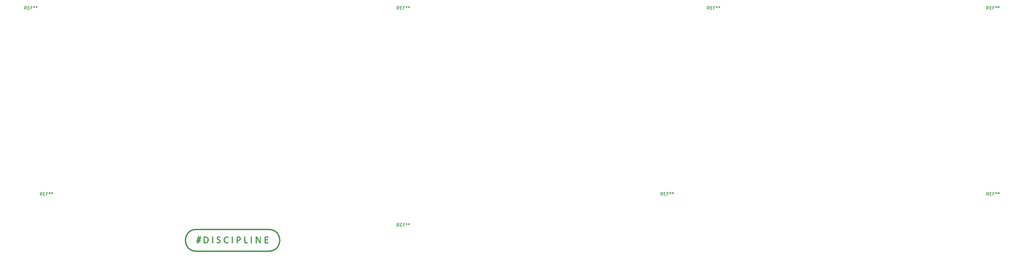
<source format=gbr>
G04 #@! TF.GenerationSoftware,KiCad,Pcbnew,(5.1.5-0-10_14)*
G04 #@! TF.CreationDate,2020-05-12T08:54:25-06:00*
G04 #@! TF.ProjectId,FR4Plate,46523450-6c61-4746-952e-6b696361645f,rev?*
G04 #@! TF.SameCoordinates,Original*
G04 #@! TF.FileFunction,Legend,Top*
G04 #@! TF.FilePolarity,Positive*
%FSLAX46Y46*%
G04 Gerber Fmt 4.6, Leading zero omitted, Abs format (unit mm)*
G04 Created by KiCad (PCBNEW (5.1.5-0-10_14)) date 2020-05-12 08:54:25*
%MOMM*%
%LPD*%
G04 APERTURE LIST*
%ADD10C,0.010000*%
%ADD11C,0.400000*%
%ADD12C,0.150000*%
%ADD13C,0.300000*%
G04 APERTURE END LIST*
D10*
G36*
X116756336Y-152573071D02*
G01*
X116969445Y-152597174D01*
X117146039Y-152645997D01*
X117298971Y-152721997D01*
X117306124Y-152726490D01*
X117457737Y-152860075D01*
X117571589Y-153039690D01*
X117644524Y-153255993D01*
X117673384Y-153499641D01*
X117655275Y-153759642D01*
X117592956Y-154007707D01*
X117491492Y-154206011D01*
X117347544Y-154359399D01*
X117166146Y-154468954D01*
X117074970Y-154497755D01*
X116946903Y-154521780D01*
X116795761Y-154540341D01*
X116635363Y-154552752D01*
X116479526Y-154558325D01*
X116342067Y-154556374D01*
X116236803Y-154546211D01*
X116177553Y-154527150D01*
X116170326Y-154518471D01*
X116166191Y-154475320D01*
X116163003Y-154375520D01*
X116160839Y-154227711D01*
X116159772Y-154040532D01*
X116159879Y-153822626D01*
X116161233Y-153582632D01*
X116161713Y-153527029D01*
X116168442Y-152792850D01*
X116415247Y-152792850D01*
X116415247Y-154327298D01*
X116669511Y-154327298D01*
X116826719Y-154321886D01*
X116944179Y-154302603D01*
X117046771Y-154264881D01*
X117069447Y-154253840D01*
X117207337Y-154156131D01*
X117304407Y-154019477D01*
X117364032Y-153837404D01*
X117387696Y-153643875D01*
X117386515Y-153412457D01*
X117351279Y-153226418D01*
X117278879Y-153073640D01*
X117222416Y-152999769D01*
X117115735Y-152899363D01*
X116996516Y-152835575D01*
X116847813Y-152802158D01*
X116661154Y-152792850D01*
X116415247Y-152792850D01*
X116168442Y-152792850D01*
X116170388Y-152580639D01*
X116493860Y-152571233D01*
X116756336Y-152573071D01*
G37*
X116756336Y-152573071D02*
X116969445Y-152597174D01*
X117146039Y-152645997D01*
X117298971Y-152721997D01*
X117306124Y-152726490D01*
X117457737Y-152860075D01*
X117571589Y-153039690D01*
X117644524Y-153255993D01*
X117673384Y-153499641D01*
X117655275Y-153759642D01*
X117592956Y-154007707D01*
X117491492Y-154206011D01*
X117347544Y-154359399D01*
X117166146Y-154468954D01*
X117074970Y-154497755D01*
X116946903Y-154521780D01*
X116795761Y-154540341D01*
X116635363Y-154552752D01*
X116479526Y-154558325D01*
X116342067Y-154556374D01*
X116236803Y-154546211D01*
X116177553Y-154527150D01*
X116170326Y-154518471D01*
X116166191Y-154475320D01*
X116163003Y-154375520D01*
X116160839Y-154227711D01*
X116159772Y-154040532D01*
X116159879Y-153822626D01*
X116161233Y-153582632D01*
X116161713Y-153527029D01*
X116168442Y-152792850D01*
X116415247Y-152792850D01*
X116415247Y-154327298D01*
X116669511Y-154327298D01*
X116826719Y-154321886D01*
X116944179Y-154302603D01*
X117046771Y-154264881D01*
X117069447Y-154253840D01*
X117207337Y-154156131D01*
X117304407Y-154019477D01*
X117364032Y-153837404D01*
X117387696Y-153643875D01*
X117386515Y-153412457D01*
X117351279Y-153226418D01*
X117278879Y-153073640D01*
X117222416Y-152999769D01*
X117115735Y-152899363D01*
X116996516Y-152835575D01*
X116847813Y-152802158D01*
X116661154Y-152792850D01*
X116415247Y-152792850D01*
X116168442Y-152792850D01*
X116170388Y-152580639D01*
X116493860Y-152571233D01*
X116756336Y-152573071D01*
G36*
X126775194Y-152570251D02*
G01*
X126945337Y-152578555D01*
X127065884Y-152590065D01*
X127152537Y-152607661D01*
X127220995Y-152634224D01*
X127268147Y-152660715D01*
X127394736Y-152760726D01*
X127472747Y-152880985D01*
X127509520Y-153036111D01*
X127514845Y-153151976D01*
X127491135Y-153363517D01*
X127419990Y-153531934D01*
X127300016Y-153658534D01*
X127129816Y-153744620D01*
X126907997Y-153791500D01*
X126823919Y-153798549D01*
X126568717Y-153813322D01*
X126568717Y-154555832D01*
X126459891Y-154555832D01*
X126379221Y-154549859D01*
X126330774Y-154535352D01*
X126329300Y-154534067D01*
X126323718Y-154497038D01*
X126318665Y-154403126D01*
X126314333Y-154260743D01*
X126310912Y-154078300D01*
X126308593Y-153864208D01*
X126307568Y-153626880D01*
X126307535Y-153574954D01*
X126307972Y-153296949D01*
X126309516Y-153077261D01*
X126312518Y-152908919D01*
X126317020Y-152792850D01*
X126568717Y-152792850D01*
X126568717Y-153179183D01*
X126570458Y-153331908D01*
X126575194Y-153459988D01*
X126582197Y-153549747D01*
X126590482Y-153587280D01*
X126642482Y-153604226D01*
X126735919Y-153607833D01*
X126848454Y-153598763D01*
X126957745Y-153577677D01*
X126962915Y-153576265D01*
X127101847Y-153512075D01*
X127193225Y-153407135D01*
X127241048Y-153256183D01*
X127247436Y-153201917D01*
X127253012Y-153095101D01*
X127241170Y-153025574D01*
X127202541Y-152965830D01*
X127147302Y-152907836D01*
X127082923Y-152847496D01*
X127026648Y-152813077D01*
X126956614Y-152797330D01*
X126850960Y-152793006D01*
X126800517Y-152792850D01*
X126568717Y-152792850D01*
X126317020Y-152792850D01*
X126317327Y-152784948D01*
X126324293Y-152698376D01*
X126333767Y-152642230D01*
X126346099Y-152609536D01*
X126356634Y-152596858D01*
X126404762Y-152577790D01*
X126496989Y-152567810D01*
X126641015Y-152566427D01*
X126775194Y-152570251D01*
G37*
X126775194Y-152570251D02*
X126945337Y-152578555D01*
X127065884Y-152590065D01*
X127152537Y-152607661D01*
X127220995Y-152634224D01*
X127268147Y-152660715D01*
X127394736Y-152760726D01*
X127472747Y-152880985D01*
X127509520Y-153036111D01*
X127514845Y-153151976D01*
X127491135Y-153363517D01*
X127419990Y-153531934D01*
X127300016Y-153658534D01*
X127129816Y-153744620D01*
X126907997Y-153791500D01*
X126823919Y-153798549D01*
X126568717Y-153813322D01*
X126568717Y-154555832D01*
X126459891Y-154555832D01*
X126379221Y-154549859D01*
X126330774Y-154535352D01*
X126329300Y-154534067D01*
X126323718Y-154497038D01*
X126318665Y-154403126D01*
X126314333Y-154260743D01*
X126310912Y-154078300D01*
X126308593Y-153864208D01*
X126307568Y-153626880D01*
X126307535Y-153574954D01*
X126307972Y-153296949D01*
X126309516Y-153077261D01*
X126312518Y-152908919D01*
X126317020Y-152792850D01*
X126568717Y-152792850D01*
X126568717Y-153179183D01*
X126570458Y-153331908D01*
X126575194Y-153459988D01*
X126582197Y-153549747D01*
X126590482Y-153587280D01*
X126642482Y-153604226D01*
X126735919Y-153607833D01*
X126848454Y-153598763D01*
X126957745Y-153577677D01*
X126962915Y-153576265D01*
X127101847Y-153512075D01*
X127193225Y-153407135D01*
X127241048Y-153256183D01*
X127247436Y-153201917D01*
X127253012Y-153095101D01*
X127241170Y-153025574D01*
X127202541Y-152965830D01*
X127147302Y-152907836D01*
X127082923Y-152847496D01*
X127026648Y-152813077D01*
X126956614Y-152797330D01*
X126850960Y-152793006D01*
X126800517Y-152792850D01*
X126568717Y-152792850D01*
X126317020Y-152792850D01*
X126317327Y-152784948D01*
X126324293Y-152698376D01*
X126333767Y-152642230D01*
X126346099Y-152609536D01*
X126356634Y-152596858D01*
X126404762Y-152577790D01*
X126496989Y-152567810D01*
X126641015Y-152566427D01*
X126775194Y-152570251D01*
G36*
X123319930Y-152545499D02*
G01*
X123532788Y-152599659D01*
X123591506Y-152626418D01*
X123696031Y-152693884D01*
X123748300Y-152770156D01*
X123761005Y-152858889D01*
X123746033Y-152922233D01*
X123698273Y-152936052D01*
X123613465Y-152900571D01*
X123563309Y-152869398D01*
X123425134Y-152800698D01*
X123264485Y-152770343D01*
X123243850Y-152768884D01*
X123054606Y-152781726D01*
X122901127Y-152848087D01*
X122777931Y-152971105D01*
X122718193Y-153069651D01*
X122679609Y-153151955D01*
X122655034Y-153229846D01*
X122641421Y-153321810D01*
X122635725Y-153446333D01*
X122634818Y-153575692D01*
X122636861Y-153739798D01*
X122644617Y-153856236D01*
X122660801Y-153942561D01*
X122688129Y-154016333D01*
X122709592Y-154059234D01*
X122820077Y-154202849D01*
X122966344Y-154299902D01*
X123136149Y-154348067D01*
X123317247Y-154345019D01*
X123497393Y-154288431D01*
X123599362Y-154228217D01*
X123670980Y-154184202D01*
X123722924Y-154164174D01*
X123725235Y-154164059D01*
X123756033Y-154189826D01*
X123761460Y-154252626D01*
X123744565Y-154330706D01*
X123708400Y-154402316D01*
X123688666Y-154424796D01*
X123567991Y-154500794D01*
X123404794Y-154553499D01*
X123218749Y-154579499D01*
X123029526Y-154575387D01*
X122923856Y-154557336D01*
X122736345Y-154480720D01*
X122580415Y-154351430D01*
X122459388Y-154175657D01*
X122376583Y-153959590D01*
X122335322Y-153709418D01*
X122336303Y-153462130D01*
X122377908Y-153209628D01*
X122459021Y-152987608D01*
X122574785Y-152806618D01*
X122687628Y-152699519D01*
X122879489Y-152596873D01*
X123096210Y-152545052D01*
X123319930Y-152545499D01*
G37*
X123319930Y-152545499D02*
X123532788Y-152599659D01*
X123591506Y-152626418D01*
X123696031Y-152693884D01*
X123748300Y-152770156D01*
X123761005Y-152858889D01*
X123746033Y-152922233D01*
X123698273Y-152936052D01*
X123613465Y-152900571D01*
X123563309Y-152869398D01*
X123425134Y-152800698D01*
X123264485Y-152770343D01*
X123243850Y-152768884D01*
X123054606Y-152781726D01*
X122901127Y-152848087D01*
X122777931Y-152971105D01*
X122718193Y-153069651D01*
X122679609Y-153151955D01*
X122655034Y-153229846D01*
X122641421Y-153321810D01*
X122635725Y-153446333D01*
X122634818Y-153575692D01*
X122636861Y-153739798D01*
X122644617Y-153856236D01*
X122660801Y-153942561D01*
X122688129Y-154016333D01*
X122709592Y-154059234D01*
X122820077Y-154202849D01*
X122966344Y-154299902D01*
X123136149Y-154348067D01*
X123317247Y-154345019D01*
X123497393Y-154288431D01*
X123599362Y-154228217D01*
X123670980Y-154184202D01*
X123722924Y-154164174D01*
X123725235Y-154164059D01*
X123756033Y-154189826D01*
X123761460Y-154252626D01*
X123744565Y-154330706D01*
X123708400Y-154402316D01*
X123688666Y-154424796D01*
X123567991Y-154500794D01*
X123404794Y-154553499D01*
X123218749Y-154579499D01*
X123029526Y-154575387D01*
X122923856Y-154557336D01*
X122736345Y-154480720D01*
X122580415Y-154351430D01*
X122459388Y-154175657D01*
X122376583Y-153959590D01*
X122335322Y-153709418D01*
X122336303Y-153462130D01*
X122377908Y-153209628D01*
X122459021Y-152987608D01*
X122574785Y-152806618D01*
X122687628Y-152699519D01*
X122879489Y-152596873D01*
X123096210Y-152545052D01*
X123319930Y-152545499D01*
G36*
X120970164Y-152559690D02*
G01*
X121093235Y-152593836D01*
X121185724Y-152638094D01*
X121227950Y-152682931D01*
X121245816Y-152767303D01*
X121239033Y-152841135D01*
X121219304Y-152871485D01*
X121175645Y-152868456D01*
X121098960Y-152840440D01*
X121065486Y-152824441D01*
X120907557Y-152767791D01*
X120758473Y-152757104D01*
X120629141Y-152788514D01*
X120530467Y-152858157D01*
X120473358Y-152962169D01*
X120463576Y-153037709D01*
X120486965Y-153150537D01*
X120560837Y-153249698D01*
X120690748Y-153340999D01*
X120810164Y-153399894D01*
X121037378Y-153515838D01*
X121200696Y-153634310D01*
X121284064Y-153729389D01*
X121326263Y-153837372D01*
X121343969Y-153978307D01*
X121336490Y-154124340D01*
X121303133Y-154247618D01*
X121297268Y-154259734D01*
X121187894Y-154403309D01*
X121034301Y-154507930D01*
X120847288Y-154569805D01*
X120637655Y-154585143D01*
X120447252Y-154558160D01*
X120330663Y-154519635D01*
X120228515Y-154468133D01*
X120164717Y-154415891D01*
X120162083Y-154412192D01*
X120140774Y-154346713D01*
X120141396Y-154270597D01*
X120163000Y-154217899D01*
X120167594Y-154214360D01*
X120212259Y-154217075D01*
X120290657Y-154245475D01*
X120334352Y-154266535D01*
X120508523Y-154333627D01*
X120676172Y-154355596D01*
X120827315Y-154335726D01*
X120951969Y-154277301D01*
X121040151Y-154183604D01*
X121081877Y-154057918D01*
X121083884Y-154020010D01*
X121062397Y-153930800D01*
X120994413Y-153841630D01*
X120874649Y-153747584D01*
X120697822Y-153643746D01*
X120655861Y-153621741D01*
X120471923Y-153517967D01*
X120342820Y-153420997D01*
X120260345Y-153320635D01*
X120216289Y-153206684D01*
X120202443Y-153068949D01*
X120202393Y-153058470D01*
X120228067Y-152871339D01*
X120304722Y-152724876D01*
X120431805Y-152619647D01*
X120608764Y-152556221D01*
X120705022Y-152541417D01*
X120834698Y-152540576D01*
X120970164Y-152559690D01*
G37*
X120970164Y-152559690D02*
X121093235Y-152593836D01*
X121185724Y-152638094D01*
X121227950Y-152682931D01*
X121245816Y-152767303D01*
X121239033Y-152841135D01*
X121219304Y-152871485D01*
X121175645Y-152868456D01*
X121098960Y-152840440D01*
X121065486Y-152824441D01*
X120907557Y-152767791D01*
X120758473Y-152757104D01*
X120629141Y-152788514D01*
X120530467Y-152858157D01*
X120473358Y-152962169D01*
X120463576Y-153037709D01*
X120486965Y-153150537D01*
X120560837Y-153249698D01*
X120690748Y-153340999D01*
X120810164Y-153399894D01*
X121037378Y-153515838D01*
X121200696Y-153634310D01*
X121284064Y-153729389D01*
X121326263Y-153837372D01*
X121343969Y-153978307D01*
X121336490Y-154124340D01*
X121303133Y-154247618D01*
X121297268Y-154259734D01*
X121187894Y-154403309D01*
X121034301Y-154507930D01*
X120847288Y-154569805D01*
X120637655Y-154585143D01*
X120447252Y-154558160D01*
X120330663Y-154519635D01*
X120228515Y-154468133D01*
X120164717Y-154415891D01*
X120162083Y-154412192D01*
X120140774Y-154346713D01*
X120141396Y-154270597D01*
X120163000Y-154217899D01*
X120167594Y-154214360D01*
X120212259Y-154217075D01*
X120290657Y-154245475D01*
X120334352Y-154266535D01*
X120508523Y-154333627D01*
X120676172Y-154355596D01*
X120827315Y-154335726D01*
X120951969Y-154277301D01*
X121040151Y-154183604D01*
X121081877Y-154057918D01*
X121083884Y-154020010D01*
X121062397Y-153930800D01*
X120994413Y-153841630D01*
X120874649Y-153747584D01*
X120697822Y-153643746D01*
X120655861Y-153621741D01*
X120471923Y-153517967D01*
X120342820Y-153420997D01*
X120260345Y-153320635D01*
X120216289Y-153206684D01*
X120202443Y-153068949D01*
X120202393Y-153058470D01*
X120228067Y-152871339D01*
X120304722Y-152724876D01*
X120431805Y-152619647D01*
X120608764Y-152556221D01*
X120705022Y-152541417D01*
X120834698Y-152540576D01*
X120970164Y-152559690D01*
G36*
X128780607Y-152570507D02*
G01*
X128903036Y-152580639D01*
X128920422Y-154325169D01*
X129653936Y-154343621D01*
X129653936Y-154539508D01*
X129178658Y-154548507D01*
X129008652Y-154550222D01*
X128862352Y-154548855D01*
X128751944Y-154544739D01*
X128689614Y-154538208D01*
X128680779Y-154534904D01*
X128675094Y-154497745D01*
X128669932Y-154403534D01*
X128665482Y-154260514D01*
X128661929Y-154076927D01*
X128659460Y-153861018D01*
X128658262Y-153621028D01*
X128658177Y-153536338D01*
X128658177Y-152560374D01*
X128780607Y-152570507D01*
G37*
X128780607Y-152570507D02*
X128903036Y-152580639D01*
X128920422Y-154325169D01*
X129653936Y-154343621D01*
X129653936Y-154539508D01*
X129178658Y-154548507D01*
X129008652Y-154550222D01*
X128862352Y-154548855D01*
X128751944Y-154544739D01*
X128689614Y-154538208D01*
X128680779Y-154534904D01*
X128675094Y-154497745D01*
X128669932Y-154403534D01*
X128665482Y-154260514D01*
X128661929Y-154076927D01*
X128659460Y-153861018D01*
X128658262Y-153621028D01*
X128658177Y-153536338D01*
X128658177Y-152560374D01*
X128780607Y-152570507D01*
G36*
X130804771Y-152570507D02*
G01*
X130927200Y-152580639D01*
X130927200Y-154539508D01*
X130682342Y-154559774D01*
X130682342Y-152560374D01*
X130804771Y-152570507D01*
G37*
X130804771Y-152570507D02*
X130927200Y-152580639D01*
X130927200Y-154539508D01*
X130682342Y-154559774D01*
X130682342Y-152560374D01*
X130804771Y-152570507D01*
G36*
X133645613Y-153549808D02*
G01*
X133636969Y-154539508D01*
X133522702Y-154549123D01*
X133429145Y-154544106D01*
X133357021Y-154518878D01*
X133353703Y-154516476D01*
X133324041Y-154477672D01*
X133267741Y-154389323D01*
X133189404Y-154259218D01*
X133093636Y-154095148D01*
X132985039Y-153904902D01*
X132868218Y-153696272D01*
X132856400Y-153674949D01*
X132413829Y-152875686D01*
X132405090Y-153707597D01*
X132396352Y-154539508D01*
X132289765Y-154549775D01*
X132183178Y-154560041D01*
X132191821Y-153570340D01*
X132200465Y-152580639D01*
X132351883Y-152570838D01*
X132452673Y-152570279D01*
X132515050Y-152590819D01*
X132564094Y-152640112D01*
X132596243Y-152690101D01*
X132654379Y-152788688D01*
X132733470Y-152927010D01*
X132828488Y-153096206D01*
X132934403Y-153287412D01*
X133016661Y-153437539D01*
X133408434Y-154155891D01*
X133441082Y-152580639D01*
X133547669Y-152570373D01*
X133654257Y-152560107D01*
X133645613Y-153549808D01*
G37*
X133645613Y-153549808D02*
X133636969Y-154539508D01*
X133522702Y-154549123D01*
X133429145Y-154544106D01*
X133357021Y-154518878D01*
X133353703Y-154516476D01*
X133324041Y-154477672D01*
X133267741Y-154389323D01*
X133189404Y-154259218D01*
X133093636Y-154095148D01*
X132985039Y-153904902D01*
X132868218Y-153696272D01*
X132856400Y-153674949D01*
X132413829Y-152875686D01*
X132405090Y-153707597D01*
X132396352Y-154539508D01*
X132289765Y-154549775D01*
X132183178Y-154560041D01*
X132191821Y-153570340D01*
X132200465Y-152580639D01*
X132351883Y-152570838D01*
X132452673Y-152570279D01*
X132515050Y-152590819D01*
X132564094Y-152640112D01*
X132596243Y-152690101D01*
X132654379Y-152788688D01*
X132733470Y-152927010D01*
X132828488Y-153096206D01*
X132934403Y-153287412D01*
X133016661Y-153437539D01*
X133408434Y-154155891D01*
X133441082Y-152580639D01*
X133547669Y-152570373D01*
X133654257Y-152560107D01*
X133645613Y-153549808D01*
G36*
X135660616Y-152564908D02*
G01*
X135796315Y-152567465D01*
X135886623Y-152573154D01*
X135941489Y-152583147D01*
X135970863Y-152598610D01*
X135984695Y-152620714D01*
X135986152Y-152625012D01*
X135992565Y-152704059D01*
X135984859Y-152739279D01*
X135967554Y-152762006D01*
X135929086Y-152777375D01*
X135858706Y-152786737D01*
X135745666Y-152791442D01*
X135579218Y-152792840D01*
X135558472Y-152792850D01*
X135152642Y-152792850D01*
X135162029Y-153094843D01*
X135171416Y-153396835D01*
X135522380Y-153406101D01*
X135873344Y-153415368D01*
X135873344Y-153609046D01*
X135155092Y-153609046D01*
X135155092Y-154325347D01*
X135987612Y-154343621D01*
X135987612Y-154539508D01*
X135480730Y-154548462D01*
X135265275Y-154550487D01*
X135108645Y-154547599D01*
X135004529Y-154539440D01*
X134946616Y-154525651D01*
X134933879Y-154517447D01*
X134921512Y-154473122D01*
X134911239Y-154373845D01*
X134903066Y-154229924D01*
X134896996Y-154051664D01*
X134893034Y-153849374D01*
X134891183Y-153633358D01*
X134891449Y-153413926D01*
X134893835Y-153201382D01*
X134898346Y-153006035D01*
X134904986Y-152838191D01*
X134913758Y-152708156D01*
X134924669Y-152626239D01*
X134933087Y-152603493D01*
X134979342Y-152586105D01*
X135080236Y-152573949D01*
X135239226Y-152566771D01*
X135459768Y-152564319D01*
X135469576Y-152564316D01*
X135660616Y-152564908D01*
G37*
X135660616Y-152564908D02*
X135796315Y-152567465D01*
X135886623Y-152573154D01*
X135941489Y-152583147D01*
X135970863Y-152598610D01*
X135984695Y-152620714D01*
X135986152Y-152625012D01*
X135992565Y-152704059D01*
X135984859Y-152739279D01*
X135967554Y-152762006D01*
X135929086Y-152777375D01*
X135858706Y-152786737D01*
X135745666Y-152791442D01*
X135579218Y-152792840D01*
X135558472Y-152792850D01*
X135152642Y-152792850D01*
X135162029Y-153094843D01*
X135171416Y-153396835D01*
X135522380Y-153406101D01*
X135873344Y-153415368D01*
X135873344Y-153609046D01*
X135155092Y-153609046D01*
X135155092Y-154325347D01*
X135987612Y-154343621D01*
X135987612Y-154539508D01*
X135480730Y-154548462D01*
X135265275Y-154550487D01*
X135108645Y-154547599D01*
X135004529Y-154539440D01*
X134946616Y-154525651D01*
X134933879Y-154517447D01*
X134921512Y-154473122D01*
X134911239Y-154373845D01*
X134903066Y-154229924D01*
X134896996Y-154051664D01*
X134893034Y-153849374D01*
X134891183Y-153633358D01*
X134891449Y-153413926D01*
X134893835Y-153201382D01*
X134898346Y-153006035D01*
X134904986Y-152838191D01*
X134913758Y-152708156D01*
X134924669Y-152626239D01*
X134933087Y-152603493D01*
X134979342Y-152586105D01*
X135080236Y-152573949D01*
X135239226Y-152566771D01*
X135459768Y-152564319D01*
X135469576Y-152564316D01*
X135660616Y-152564908D01*
D11*
X113923000Y-157063750D02*
G75*
G02X113923000Y-150383750I0J3340000D01*
G01*
X136223000Y-150383750D02*
G75*
G02X136223000Y-157063750I0J-3340000D01*
G01*
X113953000Y-150383750D02*
X136233000Y-150383750D01*
X113933000Y-157063750D02*
X136233000Y-157063750D01*
D10*
G36*
X119043396Y-154539508D02*
G01*
X118937066Y-154549756D01*
X118851066Y-154544695D01*
X118814123Y-154516710D01*
X118810162Y-154474025D01*
X118807131Y-154374670D01*
X118805101Y-154227264D01*
X118804140Y-154040427D01*
X118804317Y-153822778D01*
X118805703Y-153582938D01*
X118806186Y-153527029D01*
X118814861Y-152580639D01*
X119043396Y-152580639D01*
X119043396Y-154539508D01*
G37*
X119043396Y-154539508D02*
X118937066Y-154549756D01*
X118851066Y-154544695D01*
X118814123Y-154516710D01*
X118810162Y-154474025D01*
X118807131Y-154374670D01*
X118805101Y-154227264D01*
X118804140Y-154040427D01*
X118804317Y-153822778D01*
X118805703Y-153582938D01*
X118806186Y-153527029D01*
X118814861Y-152580639D01*
X119043396Y-152580639D01*
X119043396Y-154539508D01*
G36*
X125066918Y-154555832D02*
G01*
X124951626Y-154555832D01*
X124870739Y-154545281D01*
X124823131Y-154519403D01*
X124820521Y-154514625D01*
X124816765Y-154472491D01*
X124813920Y-154373662D01*
X124812049Y-154226734D01*
X124811213Y-154040301D01*
X124811475Y-153822958D01*
X124812896Y-153583301D01*
X124813384Y-153527029D01*
X124822059Y-152580639D01*
X124944488Y-152570507D01*
X125066918Y-152560374D01*
X125066918Y-154555832D01*
G37*
X125066918Y-154555832D02*
X124951626Y-154555832D01*
X124870739Y-154545281D01*
X124823131Y-154519403D01*
X124820521Y-154514625D01*
X124816765Y-154472491D01*
X124813920Y-154373662D01*
X124812049Y-154226734D01*
X124811213Y-154040301D01*
X124811475Y-153822958D01*
X124812896Y-153583301D01*
X124813384Y-153527029D01*
X124822059Y-152580639D01*
X124944488Y-152570507D01*
X125066918Y-152560374D01*
X125066918Y-154555832D01*
D12*
X257079666Y-139971130D02*
X256746333Y-139494940D01*
X256508238Y-139971130D02*
X256508238Y-138971130D01*
X256889190Y-138971130D01*
X256984428Y-139018750D01*
X257032047Y-139066369D01*
X257079666Y-139161607D01*
X257079666Y-139304464D01*
X257032047Y-139399702D01*
X256984428Y-139447321D01*
X256889190Y-139494940D01*
X256508238Y-139494940D01*
X257508238Y-139447321D02*
X257841571Y-139447321D01*
X257984428Y-139971130D02*
X257508238Y-139971130D01*
X257508238Y-138971130D01*
X257984428Y-138971130D01*
X258746333Y-139447321D02*
X258413000Y-139447321D01*
X258413000Y-139971130D02*
X258413000Y-138971130D01*
X258889190Y-138971130D01*
X259413000Y-138971130D02*
X259413000Y-139209226D01*
X259174904Y-139113988D02*
X259413000Y-139209226D01*
X259651095Y-139113988D01*
X259270142Y-139399702D02*
X259413000Y-139209226D01*
X259555857Y-139399702D01*
X260174904Y-138971130D02*
X260174904Y-139209226D01*
X259936809Y-139113988D02*
X260174904Y-139209226D01*
X260413000Y-139113988D01*
X260032047Y-139399702D02*
X260174904Y-139209226D01*
X260317761Y-139399702D01*
D13*
X114184714Y-153222321D02*
X115256142Y-153222321D01*
X114613285Y-152579464D02*
X114184714Y-154508035D01*
X115113285Y-153865178D02*
X114041857Y-153865178D01*
X114684714Y-154508035D02*
X115113285Y-152579464D01*
D12*
X176117166Y-149496130D02*
X175783833Y-149019940D01*
X175545738Y-149496130D02*
X175545738Y-148496130D01*
X175926690Y-148496130D01*
X176021928Y-148543750D01*
X176069547Y-148591369D01*
X176117166Y-148686607D01*
X176117166Y-148829464D01*
X176069547Y-148924702D01*
X176021928Y-148972321D01*
X175926690Y-149019940D01*
X175545738Y-149019940D01*
X176545738Y-148972321D02*
X176879071Y-148972321D01*
X177021928Y-149496130D02*
X176545738Y-149496130D01*
X176545738Y-148496130D01*
X177021928Y-148496130D01*
X177783833Y-148972321D02*
X177450500Y-148972321D01*
X177450500Y-149496130D02*
X177450500Y-148496130D01*
X177926690Y-148496130D01*
X178450500Y-148496130D02*
X178450500Y-148734226D01*
X178212404Y-148638988D02*
X178450500Y-148734226D01*
X178688595Y-148638988D01*
X178307642Y-148924702D02*
X178450500Y-148734226D01*
X178593357Y-148924702D01*
X179212404Y-148496130D02*
X179212404Y-148734226D01*
X178974309Y-148638988D02*
X179212404Y-148734226D01*
X179450500Y-148638988D01*
X179069547Y-148924702D02*
X179212404Y-148734226D01*
X179355261Y-148924702D01*
X357092166Y-139971130D02*
X356758833Y-139494940D01*
X356520738Y-139971130D02*
X356520738Y-138971130D01*
X356901690Y-138971130D01*
X356996928Y-139018750D01*
X357044547Y-139066369D01*
X357092166Y-139161607D01*
X357092166Y-139304464D01*
X357044547Y-139399702D01*
X356996928Y-139447321D01*
X356901690Y-139494940D01*
X356520738Y-139494940D01*
X357520738Y-139447321D02*
X357854071Y-139447321D01*
X357996928Y-139971130D02*
X357520738Y-139971130D01*
X357520738Y-138971130D01*
X357996928Y-138971130D01*
X358758833Y-139447321D02*
X358425500Y-139447321D01*
X358425500Y-139971130D02*
X358425500Y-138971130D01*
X358901690Y-138971130D01*
X359425500Y-138971130D02*
X359425500Y-139209226D01*
X359187404Y-139113988D02*
X359425500Y-139209226D01*
X359663595Y-139113988D01*
X359282642Y-139399702D02*
X359425500Y-139209226D01*
X359568357Y-139399702D01*
X360187404Y-138971130D02*
X360187404Y-139209226D01*
X359949309Y-139113988D02*
X360187404Y-139209226D01*
X360425500Y-139113988D01*
X360044547Y-139399702D02*
X360187404Y-139209226D01*
X360330261Y-139399702D01*
X357092166Y-82821130D02*
X356758833Y-82344940D01*
X356520738Y-82821130D02*
X356520738Y-81821130D01*
X356901690Y-81821130D01*
X356996928Y-81868750D01*
X357044547Y-81916369D01*
X357092166Y-82011607D01*
X357092166Y-82154464D01*
X357044547Y-82249702D01*
X356996928Y-82297321D01*
X356901690Y-82344940D01*
X356520738Y-82344940D01*
X357520738Y-82297321D02*
X357854071Y-82297321D01*
X357996928Y-82821130D02*
X357520738Y-82821130D01*
X357520738Y-81821130D01*
X357996928Y-81821130D01*
X358758833Y-82297321D02*
X358425500Y-82297321D01*
X358425500Y-82821130D02*
X358425500Y-81821130D01*
X358901690Y-81821130D01*
X359425500Y-81821130D02*
X359425500Y-82059226D01*
X359187404Y-81963988D02*
X359425500Y-82059226D01*
X359663595Y-81963988D01*
X359282642Y-82249702D02*
X359425500Y-82059226D01*
X359568357Y-82249702D01*
X360187404Y-81821130D02*
X360187404Y-82059226D01*
X359949309Y-81963988D02*
X360187404Y-82059226D01*
X360425500Y-81963988D01*
X360044547Y-82249702D02*
X360187404Y-82059226D01*
X360330261Y-82249702D01*
X66579666Y-139971130D02*
X66246333Y-139494940D01*
X66008238Y-139971130D02*
X66008238Y-138971130D01*
X66389190Y-138971130D01*
X66484428Y-139018750D01*
X66532047Y-139066369D01*
X66579666Y-139161607D01*
X66579666Y-139304464D01*
X66532047Y-139399702D01*
X66484428Y-139447321D01*
X66389190Y-139494940D01*
X66008238Y-139494940D01*
X67008238Y-139447321D02*
X67341571Y-139447321D01*
X67484428Y-139971130D02*
X67008238Y-139971130D01*
X67008238Y-138971130D01*
X67484428Y-138971130D01*
X68246333Y-139447321D02*
X67913000Y-139447321D01*
X67913000Y-139971130D02*
X67913000Y-138971130D01*
X68389190Y-138971130D01*
X68913000Y-138971130D02*
X68913000Y-139209226D01*
X68674904Y-139113988D02*
X68913000Y-139209226D01*
X69151095Y-139113988D01*
X68770142Y-139399702D02*
X68913000Y-139209226D01*
X69055857Y-139399702D01*
X69674904Y-138971130D02*
X69674904Y-139209226D01*
X69436809Y-139113988D02*
X69674904Y-139209226D01*
X69913000Y-139113988D01*
X69532047Y-139399702D02*
X69674904Y-139209226D01*
X69817761Y-139399702D01*
X61817166Y-82821130D02*
X61483833Y-82344940D01*
X61245738Y-82821130D02*
X61245738Y-81821130D01*
X61626690Y-81821130D01*
X61721928Y-81868750D01*
X61769547Y-81916369D01*
X61817166Y-82011607D01*
X61817166Y-82154464D01*
X61769547Y-82249702D01*
X61721928Y-82297321D01*
X61626690Y-82344940D01*
X61245738Y-82344940D01*
X62245738Y-82297321D02*
X62579071Y-82297321D01*
X62721928Y-82821130D02*
X62245738Y-82821130D01*
X62245738Y-81821130D01*
X62721928Y-81821130D01*
X63483833Y-82297321D02*
X63150500Y-82297321D01*
X63150500Y-82821130D02*
X63150500Y-81821130D01*
X63626690Y-81821130D01*
X64150500Y-81821130D02*
X64150500Y-82059226D01*
X63912404Y-81963988D02*
X64150500Y-82059226D01*
X64388595Y-81963988D01*
X64007642Y-82249702D02*
X64150500Y-82059226D01*
X64293357Y-82249702D01*
X64912404Y-81821130D02*
X64912404Y-82059226D01*
X64674309Y-81963988D02*
X64912404Y-82059226D01*
X65150500Y-81963988D01*
X64769547Y-82249702D02*
X64912404Y-82059226D01*
X65055261Y-82249702D01*
X176117166Y-82821130D02*
X175783833Y-82344940D01*
X175545738Y-82821130D02*
X175545738Y-81821130D01*
X175926690Y-81821130D01*
X176021928Y-81868750D01*
X176069547Y-81916369D01*
X176117166Y-82011607D01*
X176117166Y-82154464D01*
X176069547Y-82249702D01*
X176021928Y-82297321D01*
X175926690Y-82344940D01*
X175545738Y-82344940D01*
X176545738Y-82297321D02*
X176879071Y-82297321D01*
X177021928Y-82821130D02*
X176545738Y-82821130D01*
X176545738Y-81821130D01*
X177021928Y-81821130D01*
X177783833Y-82297321D02*
X177450500Y-82297321D01*
X177450500Y-82821130D02*
X177450500Y-81821130D01*
X177926690Y-81821130D01*
X178450500Y-81821130D02*
X178450500Y-82059226D01*
X178212404Y-81963988D02*
X178450500Y-82059226D01*
X178688595Y-81963988D01*
X178307642Y-82249702D02*
X178450500Y-82059226D01*
X178593357Y-82249702D01*
X179212404Y-81821130D02*
X179212404Y-82059226D01*
X178974309Y-81963988D02*
X179212404Y-82059226D01*
X179450500Y-81963988D01*
X179069547Y-82249702D02*
X179212404Y-82059226D01*
X179355261Y-82249702D01*
X271367166Y-82821130D02*
X271033833Y-82344940D01*
X270795738Y-82821130D02*
X270795738Y-81821130D01*
X271176690Y-81821130D01*
X271271928Y-81868750D01*
X271319547Y-81916369D01*
X271367166Y-82011607D01*
X271367166Y-82154464D01*
X271319547Y-82249702D01*
X271271928Y-82297321D01*
X271176690Y-82344940D01*
X270795738Y-82344940D01*
X271795738Y-82297321D02*
X272129071Y-82297321D01*
X272271928Y-82821130D02*
X271795738Y-82821130D01*
X271795738Y-81821130D01*
X272271928Y-81821130D01*
X273033833Y-82297321D02*
X272700500Y-82297321D01*
X272700500Y-82821130D02*
X272700500Y-81821130D01*
X273176690Y-81821130D01*
X273700500Y-81821130D02*
X273700500Y-82059226D01*
X273462404Y-81963988D02*
X273700500Y-82059226D01*
X273938595Y-81963988D01*
X273557642Y-82249702D02*
X273700500Y-82059226D01*
X273843357Y-82249702D01*
X274462404Y-81821130D02*
X274462404Y-82059226D01*
X274224309Y-81963988D02*
X274462404Y-82059226D01*
X274700500Y-81963988D01*
X274319547Y-82249702D02*
X274462404Y-82059226D01*
X274605261Y-82249702D01*
M02*

</source>
